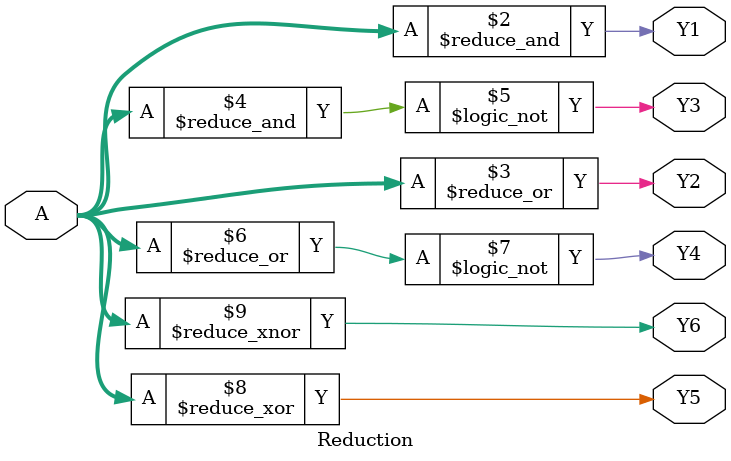
<source format=v>
module Reduction (A, Y1, Y2, Y3, Y4, Y5, Y6);

 

                 input [3:0] A;

                 output Y1, Y2, Y3, Y4, Y5, Y6;

                 reg Y1, Y2, Y3, Y4, Y5, Y6;

 

                 always @(A)

                 begin

                                  Y1=&A; //reduction AND

                                  Y2=|A; //reduction OR

                                  Y3=~&A; //reduction NAND

                                  Y4=~|A; //reduction NOR

                                  Y5=^A; //reduction XOR

                                  Y6=~^A; //reduction XNOR

                 end

endmodule
</source>
